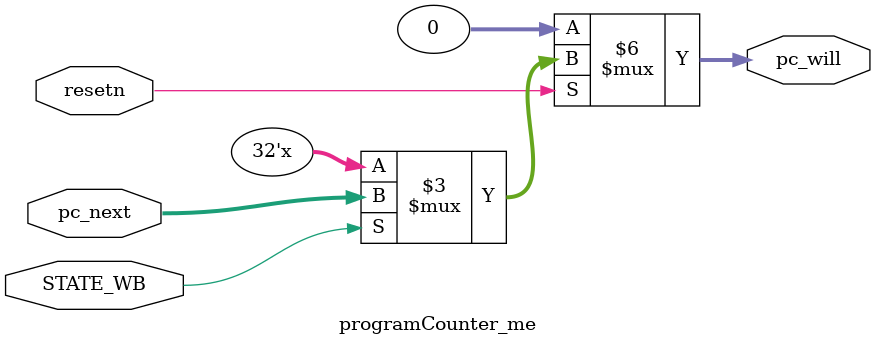
<source format=v>
module programCounter_me (
    input resetn,
    input [31:0] pc_next,
    input STATE_WB,
    output reg [31:0] pc_will
);

always @ (*) begin
    if (~resetn) begin
        pc_will <= 32'b0;
    end
    else begin
        if (STATE_WB) begin
            pc_will <= pc_next;
        end
    end
end

endmodule
</source>
